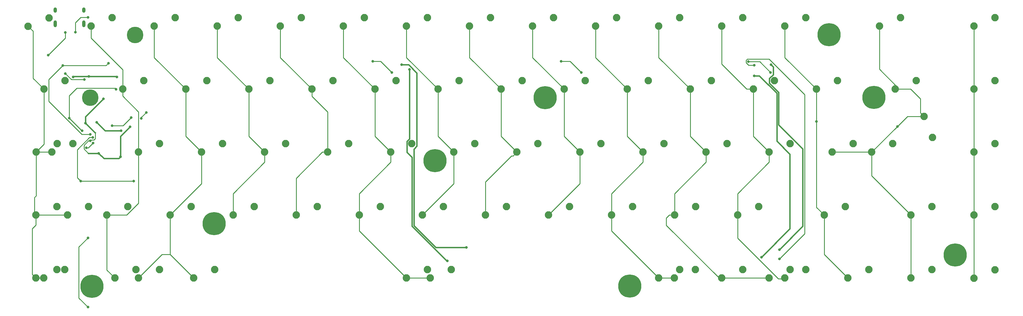
<source format=gbr>
G04 #@! TF.GenerationSoftware,KiCad,Pcbnew,(5.1.9-0-10_14)*
G04 #@! TF.CreationDate,2021-04-10T11:07:08+01:00*
G04 #@! TF.ProjectId,Draytronics-Elise-PCB V1,44726179-7472-46f6-9e69-63732d456c69,rev?*
G04 #@! TF.SameCoordinates,Original*
G04 #@! TF.FileFunction,Copper,L1,Top*
G04 #@! TF.FilePolarity,Positive*
%FSLAX46Y46*%
G04 Gerber Fmt 4.6, Leading zero omitted, Abs format (unit mm)*
G04 Created by KiCad (PCBNEW (5.1.9-0-10_14)) date 2021-04-10 11:07:08*
%MOMM*%
%LPD*%
G01*
G04 APERTURE LIST*
G04 #@! TA.AperFunction,ComponentPad*
%ADD10C,2.250000*%
G04 #@! TD*
G04 #@! TA.AperFunction,ComponentPad*
%ADD11C,7.000240*%
G04 #@! TD*
G04 #@! TA.AperFunction,ComponentPad*
%ADD12C,1.000000*%
G04 #@! TD*
G04 #@! TA.AperFunction,ComponentPad*
%ADD13C,5.000000*%
G04 #@! TD*
G04 #@! TA.AperFunction,ComponentPad*
%ADD14O,1.000000X2.100000*%
G04 #@! TD*
G04 #@! TA.AperFunction,ComponentPad*
%ADD15O,1.000000X1.600000*%
G04 #@! TD*
G04 #@! TA.AperFunction,ViaPad*
%ADD16C,0.800000*%
G04 #@! TD*
G04 #@! TA.AperFunction,Conductor*
%ADD17C,0.381000*%
G04 #@! TD*
G04 #@! TA.AperFunction,Conductor*
%ADD18C,0.250000*%
G04 #@! TD*
G04 APERTURE END LIST*
D10*
G04 #@! TO.P,MX73,2*
G04 #@! TO.N,Net-(D69-Pad2)*
X322127880Y-105973880D03*
G04 #@! TO.P,MX73,1*
G04 #@! TO.N,COL14*
X315777880Y-108513880D03*
G04 #@! TD*
G04 #@! TO.P,MX1,1*
G04 #@! TO.N,COL0*
X30043120Y-32324040D03*
G04 #@! TO.P,MX1,2*
G04 #@! TO.N,Net-(D1-Pad2)*
X36393120Y-29784040D03*
G04 #@! TD*
G04 #@! TO.P,MX64,2*
G04 #@! TO.N,Net-(D60-Pad2)*
X38785800Y-105968800D03*
G04 #@! TO.P,MX64,1*
G04 #@! TO.N,COL0*
X32435800Y-108508800D03*
G04 #@! TD*
G04 #@! TO.P,MX74,2*
G04 #@! TO.N,Net-(D60-Pad2)*
X41148000Y-105968800D03*
G04 #@! TO.P,MX74,1*
G04 #@! TO.N,COL0*
X34798000Y-108508800D03*
G04 #@! TD*
D11*
G04 #@! TO.P,REF\u002A\u002A,1*
G04 #@! TO.N,N/C*
X86243160Y-92059760D03*
D12*
X86243160Y-89759760D03*
X87443160Y-89759760D03*
X85043160Y-89759760D03*
X86243160Y-94359760D03*
X85043160Y-94359760D03*
X87443160Y-94359760D03*
G04 #@! TD*
G04 #@! TO.P,REF\u002A\u002A,1*
G04 #@! TO.N,N/C*
X212975040Y-113247200D03*
X210575040Y-113247200D03*
X211775040Y-113247200D03*
X210575040Y-108647200D03*
X212975040Y-108647200D03*
X211775040Y-108647200D03*
D11*
X211775040Y-110947200D03*
G04 #@! TD*
G04 #@! TO.P,REF\u002A\u002A,1*
G04 #@! TO.N,N/C*
X310063080Y-101523520D03*
D12*
X310063080Y-99223520D03*
X311263080Y-99223520D03*
X308863080Y-99223520D03*
X310063080Y-103823520D03*
X308863080Y-103823520D03*
X311263080Y-103823520D03*
G04 #@! TD*
G04 #@! TO.P,REF\u002A\u002A,1*
G04 #@! TO.N,N/C*
X286716320Y-56178480D03*
X284316320Y-56178480D03*
X285516320Y-56178480D03*
X284316320Y-51578480D03*
X286716320Y-51578480D03*
X285516320Y-51578480D03*
D11*
X285516320Y-53878480D03*
G04 #@! TD*
G04 #@! TO.P,REF\u002A\u002A,1*
G04 #@! TO.N,N/C*
X272039080Y-34904680D03*
D12*
X272039080Y-32604680D03*
X273239080Y-32604680D03*
X270839080Y-32604680D03*
X272039080Y-37204680D03*
X270839080Y-37204680D03*
X273239080Y-37204680D03*
G04 #@! TD*
G04 #@! TO.P,REF\u002A\u002A,1*
G04 #@! TO.N,N/C*
X187473440Y-56214040D03*
X185073440Y-56214040D03*
X186273440Y-56214040D03*
X185073440Y-51614040D03*
X187473440Y-51614040D03*
X186273440Y-51614040D03*
D11*
X186273440Y-53914040D03*
G04 #@! TD*
G04 #@! TO.P,REF\u002A\u002A,1*
G04 #@! TO.N,N/C*
X152948640Y-72964040D03*
D12*
X152948640Y-70664040D03*
X154148640Y-70664040D03*
X151748640Y-70664040D03*
X152948640Y-75264040D03*
X151748640Y-75264040D03*
X154148640Y-75264040D03*
G04 #@! TD*
G04 #@! TO.P,REF\u002A\u002A,1*
G04 #@! TO.N,N/C*
X50516640Y-113338640D03*
X48116640Y-113338640D03*
X49316640Y-113338640D03*
X48116640Y-108738640D03*
X50516640Y-108738640D03*
X49316640Y-108738640D03*
D11*
X49316640Y-111038640D03*
G04 #@! TD*
D13*
G04 #@! TO.P,REF\u002A\u002A,1*
G04 #@! TO.N,N/C*
X48818800Y-53924200D03*
G04 #@! TD*
G04 #@! TO.P,REF\u002A\u002A,1*
G04 #@! TO.N,N/C*
X62331600Y-34950400D03*
G04 #@! TD*
D14*
G04 #@! TO.P,USB1,13*
G04 #@! TO.N,GND*
X38224800Y-31630600D03*
X46864800Y-31630600D03*
D15*
X38224800Y-27450600D03*
X46864800Y-27450600D03*
G04 #@! TD*
D10*
G04 #@! TO.P,MX78,2*
G04 #@! TO.N,Net-(D65-Pad2)*
X260223000Y-105968800D03*
G04 #@! TO.P,MX78,1*
G04 #@! TO.N,COL10*
X253873000Y-108508800D03*
G04 #@! TD*
G04 #@! TO.P,MX77,2*
G04 #@! TO.N,Net-(D64-Pad2)*
X231648000Y-105968800D03*
G04 #@! TO.P,MX77,1*
G04 #@! TO.N,COL9*
X225298000Y-108508800D03*
G04 #@! TD*
G04 #@! TO.P,MX76,2*
G04 #@! TO.N,Net-(D63-Pad2)*
X150672800Y-105968800D03*
G04 #@! TO.P,MX76,1*
G04 #@! TO.N,COL5*
X144322800Y-108508800D03*
G04 #@! TD*
G04 #@! TO.P,MX75,2*
G04 #@! TO.N,Net-(D62-Pad2)*
X69723000Y-105968800D03*
G04 #@! TO.P,MX75,1*
G04 #@! TO.N,COL2*
X63373000Y-108508800D03*
G04 #@! TD*
G04 #@! TO.P,MX67,2*
G04 #@! TO.N,Net-(D63-Pad2)*
X157835600Y-105968800D03*
G04 #@! TO.P,MX67,1*
G04 #@! TO.N,COL5*
X151485600Y-108508800D03*
G04 #@! TD*
G04 #@! TO.P,MX66,2*
G04 #@! TO.N,Net-(D62-Pad2)*
X86410800Y-105968800D03*
G04 #@! TO.P,MX66,1*
G04 #@! TO.N,COL2*
X80060800Y-108508800D03*
G04 #@! TD*
G04 #@! TO.P,MX65,2*
G04 #@! TO.N,Net-(D61-Pad2)*
X62585600Y-105968800D03*
G04 #@! TO.P,MX65,1*
G04 #@! TO.N,COL1*
X56235600Y-108508800D03*
G04 #@! TD*
G04 #@! TO.P,MX61,2*
G04 #@! TO.N,Net-(D57-Pad2)*
X276910800Y-86918800D03*
G04 #@! TO.P,MX61,1*
G04 #@! TO.N,COL12*
X270560800Y-89458800D03*
G04 #@! TD*
G04 #@! TO.P,MX49,2*
G04 #@! TO.N,Net-(D45-Pad2)*
X48285400Y-86918800D03*
G04 #@! TO.P,MX49,1*
G04 #@! TO.N,COL0*
X41935400Y-89458800D03*
G04 #@! TD*
G04 #@! TO.P,MX48,2*
G04 #@! TO.N,Net-(D45-Pad2)*
X38760400Y-86918800D03*
G04 #@! TO.P,MX48,1*
G04 #@! TO.N,COL0*
X32410400Y-89458800D03*
G04 #@! TD*
G04 #@! TO.P,MX45,2*
G04 #@! TO.N,Net-(D43-Pad2)*
X291236400Y-67868800D03*
G04 #@! TO.P,MX45,1*
G04 #@! TO.N,COL13*
X284886400Y-70408800D03*
G04 #@! TD*
G04 #@! TO.P,MX31,1*
G04 #@! TO.N,COL13*
X300736000Y-59613800D03*
G04 #@! TO.P,MX31,2*
G04 #@! TO.N,Net-(D29-Pad2)*
X303276000Y-65963800D03*
G04 #@! TD*
G04 #@! TO.P,MX14,2*
G04 #@! TO.N,Net-(D14-Pad2)*
X293573200Y-29768800D03*
G04 #@! TO.P,MX14,1*
G04 #@! TO.N,COL13*
X287223200Y-32308800D03*
G04 #@! TD*
G04 #@! TO.P,MX72,2*
G04 #@! TO.N,Net-(D68-Pad2)*
X303072800Y-105968800D03*
G04 #@! TO.P,MX72,1*
G04 #@! TO.N,COL13*
X296722800Y-108508800D03*
G04 #@! TD*
G04 #@! TO.P,MX71,2*
G04 #@! TO.N,Net-(D67-Pad2)*
X284022800Y-105968800D03*
G04 #@! TO.P,MX71,1*
G04 #@! TO.N,COL12*
X277672800Y-108508800D03*
G04 #@! TD*
G04 #@! TO.P,MX70,2*
G04 #@! TO.N,Net-(D66-Pad2)*
X264972800Y-105968800D03*
G04 #@! TO.P,MX70,1*
G04 #@! TO.N,COL11*
X258622800Y-108508800D03*
G04 #@! TD*
G04 #@! TO.P,MX69,2*
G04 #@! TO.N,Net-(D65-Pad2)*
X245922800Y-105968800D03*
G04 #@! TO.P,MX69,1*
G04 #@! TO.N,COL10*
X239572800Y-108508800D03*
G04 #@! TD*
G04 #@! TO.P,MX68,2*
G04 #@! TO.N,Net-(D64-Pad2)*
X226872800Y-105968800D03*
G04 #@! TO.P,MX68,1*
G04 #@! TO.N,COL9*
X220522800Y-108508800D03*
G04 #@! TD*
G04 #@! TO.P,MX63,2*
G04 #@! TO.N,Net-(D59-Pad2)*
X322148200Y-86918800D03*
G04 #@! TO.P,MX63,1*
G04 #@! TO.N,COL14*
X315798200Y-89458800D03*
G04 #@! TD*
G04 #@! TO.P,MX62,2*
G04 #@! TO.N,Net-(D58-Pad2)*
X303098200Y-86918800D03*
G04 #@! TO.P,MX62,1*
G04 #@! TO.N,COL13*
X296748200Y-89458800D03*
G04 #@! TD*
G04 #@! TO.P,MX60,2*
G04 #@! TO.N,Net-(D56-Pad2)*
X250723400Y-86918800D03*
G04 #@! TO.P,MX60,1*
G04 #@! TO.N,COL11*
X244373400Y-89458800D03*
G04 #@! TD*
G04 #@! TO.P,MX59,2*
G04 #@! TO.N,Net-(D55-Pad2)*
X231673400Y-86918800D03*
G04 #@! TO.P,MX59,1*
G04 #@! TO.N,COL10*
X225323400Y-89458800D03*
G04 #@! TD*
G04 #@! TO.P,MX58,2*
G04 #@! TO.N,Net-(D54-Pad2)*
X212623400Y-86918800D03*
G04 #@! TO.P,MX58,1*
G04 #@! TO.N,COL9*
X206273400Y-89458800D03*
G04 #@! TD*
G04 #@! TO.P,MX57,2*
G04 #@! TO.N,Net-(D53-Pad2)*
X193573400Y-86918800D03*
G04 #@! TO.P,MX57,1*
G04 #@! TO.N,COL8*
X187223400Y-89458800D03*
G04 #@! TD*
G04 #@! TO.P,MX56,2*
G04 #@! TO.N,Net-(D52-Pad2)*
X174523400Y-86918800D03*
G04 #@! TO.P,MX56,1*
G04 #@! TO.N,COL7*
X168173400Y-89458800D03*
G04 #@! TD*
G04 #@! TO.P,MX55,2*
G04 #@! TO.N,Net-(D51-Pad2)*
X155473400Y-86918800D03*
G04 #@! TO.P,MX55,1*
G04 #@! TO.N,COL6*
X149123400Y-89458800D03*
G04 #@! TD*
G04 #@! TO.P,MX54,2*
G04 #@! TO.N,Net-(D50-Pad2)*
X136423400Y-86918800D03*
G04 #@! TO.P,MX54,1*
G04 #@! TO.N,COL5*
X130073400Y-89458800D03*
G04 #@! TD*
G04 #@! TO.P,MX53,2*
G04 #@! TO.N,Net-(D49-Pad2)*
X117373400Y-86918800D03*
G04 #@! TO.P,MX53,1*
G04 #@! TO.N,COL4*
X111023400Y-89458800D03*
G04 #@! TD*
G04 #@! TO.P,MX52,2*
G04 #@! TO.N,Net-(D48-Pad2)*
X98323400Y-86918800D03*
G04 #@! TO.P,MX52,1*
G04 #@! TO.N,COL3*
X91973400Y-89458800D03*
G04 #@! TD*
G04 #@! TO.P,MX51,2*
G04 #@! TO.N,Net-(D47-Pad2)*
X79273400Y-86918800D03*
G04 #@! TO.P,MX51,1*
G04 #@! TO.N,COL2*
X72923400Y-89458800D03*
G04 #@! TD*
G04 #@! TO.P,MX50,2*
G04 #@! TO.N,Net-(D46-Pad2)*
X60198000Y-86918800D03*
G04 #@! TO.P,MX50,1*
G04 #@! TO.N,COL1*
X53848000Y-89458800D03*
G04 #@! TD*
G04 #@! TO.P,MX47,2*
G04 #@! TO.N,Net-(D44-Pad2)*
X322148200Y-67868800D03*
G04 #@! TO.P,MX47,1*
G04 #@! TO.N,COL14*
X315798200Y-70408800D03*
G04 #@! TD*
G04 #@! TO.P,MX46,2*
G04 #@! TO.N,Net-(D43-Pad2)*
X279323800Y-67868800D03*
G04 #@! TO.P,MX46,1*
G04 #@! TO.N,COL13*
X272973800Y-70408800D03*
G04 #@! TD*
G04 #@! TO.P,MX44,2*
G04 #@! TO.N,Net-(D42-Pad2)*
X260273800Y-67868800D03*
G04 #@! TO.P,MX44,1*
G04 #@! TO.N,COL11*
X253923800Y-70408800D03*
G04 #@! TD*
G04 #@! TO.P,MX43,2*
G04 #@! TO.N,Net-(D41-Pad2)*
X241223800Y-67868800D03*
G04 #@! TO.P,MX43,1*
G04 #@! TO.N,COL10*
X234873800Y-70408800D03*
G04 #@! TD*
G04 #@! TO.P,MX42,2*
G04 #@! TO.N,Net-(D40-Pad2)*
X222173800Y-67868800D03*
G04 #@! TO.P,MX42,1*
G04 #@! TO.N,COL9*
X215823800Y-70408800D03*
G04 #@! TD*
G04 #@! TO.P,MX41,2*
G04 #@! TO.N,Net-(D39-Pad2)*
X203123800Y-67868800D03*
G04 #@! TO.P,MX41,1*
G04 #@! TO.N,COL8*
X196773800Y-70408800D03*
G04 #@! TD*
G04 #@! TO.P,MX40,2*
G04 #@! TO.N,Net-(D38-Pad2)*
X184073800Y-67868800D03*
G04 #@! TO.P,MX40,1*
G04 #@! TO.N,COL7*
X177723800Y-70408800D03*
G04 #@! TD*
G04 #@! TO.P,MX39,2*
G04 #@! TO.N,Net-(D37-Pad2)*
X165023800Y-67868800D03*
G04 #@! TO.P,MX39,1*
G04 #@! TO.N,COL6*
X158673800Y-70408800D03*
G04 #@! TD*
G04 #@! TO.P,MX38,2*
G04 #@! TO.N,Net-(D36-Pad2)*
X145973800Y-67868800D03*
G04 #@! TO.P,MX38,1*
G04 #@! TO.N,COL5*
X139623800Y-70408800D03*
G04 #@! TD*
G04 #@! TO.P,MX37,2*
G04 #@! TO.N,Net-(D35-Pad2)*
X126898400Y-67868800D03*
G04 #@! TO.P,MX37,1*
G04 #@! TO.N,COL4*
X120548400Y-70408800D03*
G04 #@! TD*
G04 #@! TO.P,MX36,2*
G04 #@! TO.N,Net-(D34-Pad2)*
X107848400Y-67868800D03*
G04 #@! TO.P,MX36,1*
G04 #@! TO.N,COL3*
X101498400Y-70408800D03*
G04 #@! TD*
G04 #@! TO.P,MX35,2*
G04 #@! TO.N,Net-(D33-Pad2)*
X88798400Y-67868800D03*
G04 #@! TO.P,MX35,1*
G04 #@! TO.N,COL2*
X82448400Y-70408800D03*
G04 #@! TD*
G04 #@! TO.P,MX34,2*
G04 #@! TO.N,Net-(D32-Pad2)*
X69748400Y-67868800D03*
G04 #@! TO.P,MX34,1*
G04 #@! TO.N,COL1*
X63398400Y-70408800D03*
G04 #@! TD*
G04 #@! TO.P,MX33,2*
G04 #@! TO.N,Net-(D31-Pad2)*
X43561000Y-67868800D03*
G04 #@! TO.P,MX33,1*
G04 #@! TO.N,COL0*
X37211000Y-70408800D03*
G04 #@! TD*
G04 #@! TO.P,MX32,2*
G04 #@! TO.N,Net-(D31-Pad2)*
X38811200Y-67843400D03*
G04 #@! TO.P,MX32,1*
G04 #@! TO.N,COL0*
X32461200Y-70383400D03*
G04 #@! TD*
G04 #@! TO.P,MX30,2*
G04 #@! TO.N,Net-(D30-Pad2)*
X322148200Y-48818800D03*
G04 #@! TO.P,MX30,1*
G04 #@! TO.N,COL14*
X315798200Y-51358800D03*
G04 #@! TD*
G04 #@! TO.P,MX29,2*
G04 #@! TO.N,Net-(D29-Pad2)*
X298323000Y-48818800D03*
G04 #@! TO.P,MX29,1*
G04 #@! TO.N,COL13*
X291973000Y-51358800D03*
G04 #@! TD*
G04 #@! TO.P,MX28,2*
G04 #@! TO.N,Net-(D28-Pad2)*
X274548600Y-48818800D03*
G04 #@! TO.P,MX28,1*
G04 #@! TO.N,COL12*
X268198600Y-51358800D03*
G04 #@! TD*
G04 #@! TO.P,MX27,2*
G04 #@! TO.N,Net-(D27-Pad2)*
X255524000Y-48818800D03*
G04 #@! TO.P,MX27,1*
G04 #@! TO.N,COL11*
X249174000Y-51358800D03*
G04 #@! TD*
G04 #@! TO.P,MX26,2*
G04 #@! TO.N,Net-(D26-Pad2)*
X236448600Y-48818800D03*
G04 #@! TO.P,MX26,1*
G04 #@! TO.N,COL10*
X230098600Y-51358800D03*
G04 #@! TD*
G04 #@! TO.P,MX25,2*
G04 #@! TO.N,Net-(D25-Pad2)*
X217373200Y-48818800D03*
G04 #@! TO.P,MX25,1*
G04 #@! TO.N,COL9*
X211023200Y-51358800D03*
G04 #@! TD*
G04 #@! TO.P,MX24,2*
G04 #@! TO.N,Net-(D24-Pad2)*
X198323200Y-48818800D03*
G04 #@! TO.P,MX24,1*
G04 #@! TO.N,COL8*
X191973200Y-51358800D03*
G04 #@! TD*
G04 #@! TO.P,MX23,2*
G04 #@! TO.N,Net-(D23-Pad2)*
X179273200Y-48818800D03*
G04 #@! TO.P,MX23,1*
G04 #@! TO.N,COL7*
X172923200Y-51358800D03*
G04 #@! TD*
G04 #@! TO.P,MX22,2*
G04 #@! TO.N,Net-(D22-Pad2)*
X160223200Y-48818800D03*
G04 #@! TO.P,MX22,1*
G04 #@! TO.N,COL6*
X153873200Y-51358800D03*
G04 #@! TD*
G04 #@! TO.P,MX21,2*
G04 #@! TO.N,Net-(D21-Pad2)*
X141173200Y-48818800D03*
G04 #@! TO.P,MX21,1*
G04 #@! TO.N,COL5*
X134823200Y-51358800D03*
G04 #@! TD*
G04 #@! TO.P,MX20,2*
G04 #@! TO.N,Net-(D20-Pad2)*
X122123200Y-48818800D03*
G04 #@! TO.P,MX20,1*
G04 #@! TO.N,COL4*
X115773200Y-51358800D03*
G04 #@! TD*
G04 #@! TO.P,MX19,2*
G04 #@! TO.N,Net-(D19-Pad2)*
X103073200Y-48818800D03*
G04 #@! TO.P,MX19,1*
G04 #@! TO.N,COL3*
X96723200Y-51358800D03*
G04 #@! TD*
G04 #@! TO.P,MX18,2*
G04 #@! TO.N,Net-(D18-Pad2)*
X84023200Y-48818800D03*
G04 #@! TO.P,MX18,1*
G04 #@! TO.N,COL2*
X77673200Y-51358800D03*
G04 #@! TD*
G04 #@! TO.P,MX17,2*
G04 #@! TO.N,Net-(D17-Pad2)*
X64998600Y-48818800D03*
G04 #@! TO.P,MX17,1*
G04 #@! TO.N,COL1*
X58648600Y-51358800D03*
G04 #@! TD*
G04 #@! TO.P,MX16,2*
G04 #@! TO.N,Net-(D16-Pad2)*
X41173400Y-48818800D03*
G04 #@! TO.P,MX16,1*
G04 #@! TO.N,COL0*
X34823400Y-51358800D03*
G04 #@! TD*
G04 #@! TO.P,MX15,2*
G04 #@! TO.N,Net-(D15-Pad2)*
X322148200Y-29768800D03*
G04 #@! TO.P,MX15,1*
G04 #@! TO.N,COL14*
X315798200Y-32308800D03*
G04 #@! TD*
G04 #@! TO.P,MX13,2*
G04 #@! TO.N,Net-(D13-Pad2)*
X264998200Y-29768800D03*
G04 #@! TO.P,MX13,1*
G04 #@! TO.N,COL12*
X258648200Y-32308800D03*
G04 #@! TD*
G04 #@! TO.P,MX12,2*
G04 #@! TO.N,Net-(D12-Pad2)*
X245948200Y-29768800D03*
G04 #@! TO.P,MX12,1*
G04 #@! TO.N,COL11*
X239598200Y-32308800D03*
G04 #@! TD*
G04 #@! TO.P,MX11,2*
G04 #@! TO.N,Net-(D11-Pad2)*
X226898200Y-29768800D03*
G04 #@! TO.P,MX11,1*
G04 #@! TO.N,COL10*
X220548200Y-32308800D03*
G04 #@! TD*
G04 #@! TO.P,MX10,2*
G04 #@! TO.N,Net-(D10-Pad2)*
X207848200Y-29768800D03*
G04 #@! TO.P,MX10,1*
G04 #@! TO.N,COL9*
X201498200Y-32308800D03*
G04 #@! TD*
G04 #@! TO.P,MX9,2*
G04 #@! TO.N,Net-(D9-Pad2)*
X188798200Y-29768800D03*
G04 #@! TO.P,MX9,1*
G04 #@! TO.N,COL8*
X182448200Y-32308800D03*
G04 #@! TD*
G04 #@! TO.P,MX8,2*
G04 #@! TO.N,Net-(D8-Pad2)*
X169748200Y-29768800D03*
G04 #@! TO.P,MX8,1*
G04 #@! TO.N,COL7*
X163398200Y-32308800D03*
G04 #@! TD*
G04 #@! TO.P,MX7,2*
G04 #@! TO.N,Net-(D7-Pad2)*
X150698200Y-29768800D03*
G04 #@! TO.P,MX7,1*
G04 #@! TO.N,COL6*
X144348200Y-32308800D03*
G04 #@! TD*
G04 #@! TO.P,MX6,2*
G04 #@! TO.N,Net-(D6-Pad2)*
X131648200Y-29768800D03*
G04 #@! TO.P,MX6,1*
G04 #@! TO.N,COL5*
X125298200Y-32308800D03*
G04 #@! TD*
G04 #@! TO.P,MX5,2*
G04 #@! TO.N,Net-(D5-Pad2)*
X112598200Y-29768800D03*
G04 #@! TO.P,MX5,1*
G04 #@! TO.N,COL4*
X106248200Y-32308800D03*
G04 #@! TD*
G04 #@! TO.P,MX4,2*
G04 #@! TO.N,Net-(D4-Pad2)*
X93548200Y-29768800D03*
G04 #@! TO.P,MX4,1*
G04 #@! TO.N,COL3*
X87198200Y-32308800D03*
G04 #@! TD*
G04 #@! TO.P,MX3,2*
G04 #@! TO.N,Net-(D3-Pad2)*
X74498200Y-29768800D03*
G04 #@! TO.P,MX3,1*
G04 #@! TO.N,COL2*
X68148200Y-32308800D03*
G04 #@! TD*
G04 #@! TO.P,MX2,2*
G04 #@! TO.N,Net-(D2-Pad2)*
X55448200Y-29768800D03*
G04 #@! TO.P,MX2,1*
G04 #@! TO.N,COL1*
X49098200Y-32308800D03*
G04 #@! TD*
D16*
G04 #@! TO.N,GND*
X58115050Y-63931650D03*
X50810160Y-61391800D03*
X254492699Y-43974181D03*
X257007360Y-99893120D03*
X162459701Y-99256819D03*
X142888539Y-43974181D03*
G04 #@! TO.N,+5V*
X48800000Y-67000000D03*
X57989955Y-71842145D03*
X51361400Y-70774500D03*
X47365920Y-61645800D03*
X60833000Y-62776100D03*
X52832000Y-54267100D03*
X56880760Y-47675800D03*
X48356130Y-47539030D03*
X249429661Y-47303299D03*
X251566680Y-102179120D03*
X156652160Y-103347320D03*
X145228741Y-45393179D03*
X43621960Y-47655480D03*
G04 #@! TO.N,Net-(C7-Pad1)*
X49707800Y-67640200D03*
X47650400Y-69113400D03*
G04 #@! TO.N,ROW0*
X48800000Y-65000000D03*
X54289960Y-43520360D03*
X40549001Y-44236199D03*
G04 #@! TO.N,ROW1*
X46390560Y-63947040D03*
X42469800Y-60120800D03*
X56616600Y-51396900D03*
G04 #@! TO.N,ROW2*
X49600000Y-66000000D03*
X61938900Y-79196200D03*
X45911500Y-79196200D03*
G04 #@! TO.N,ROW4*
X48145700Y-96329500D03*
X48146700Y-117308900D03*
G04 #@! TO.N,Net-(D70-Pad2)*
X134127240Y-42926000D03*
X139903400Y-46283680D03*
G04 #@! TO.N,RGBLED*
X65719960Y-58399680D03*
X55406800Y-62403480D03*
X64251840Y-60223400D03*
X61208920Y-59918600D03*
G04 #@! TO.N,Net-(D71-Pad2)*
X191099440Y-42905680D03*
X197155000Y-46283680D03*
G04 #@! TO.N,Net-(D72-Pad2)*
X254330400Y-46283680D03*
X247629680Y-43007280D03*
G04 #@! TO.N,Net-(D73-Pad2)*
X249397520Y-44160440D03*
X257040380Y-102674420D03*
G04 #@! TO.N,COL12*
X268198600Y-61125100D03*
G04 #@! TO.N,COL13*
X292658800Y-62636400D03*
G04 #@! TO.N,RESET*
X47030640Y-48432720D03*
X41313600Y-46626280D03*
G04 #@! TO.N,Net-(R4-Pad2)*
X41292780Y-34180780D03*
X36126920Y-41040820D03*
G04 #@! TO.N,Net-(R5-Pad2)*
X48127920Y-29624020D03*
X44295060Y-34137600D03*
G04 #@! TD*
D17*
G04 #@! TO.N,GND*
X53350010Y-63931650D02*
X50810160Y-61391800D01*
X58115050Y-63931650D02*
X53350010Y-63931650D01*
X264079301Y-69431359D02*
X264079301Y-92821179D01*
X256798499Y-62150557D02*
X264079301Y-69431359D01*
X256798499Y-52336241D02*
X256798499Y-62150557D01*
X254008499Y-49546241D02*
X256798499Y-52336241D01*
X254008499Y-48091359D02*
X254008499Y-49546241D01*
X254492699Y-43974181D02*
X255120901Y-44602383D01*
X255120901Y-44602383D02*
X255120901Y-46978957D01*
X255120901Y-46978957D02*
X254008499Y-48091359D01*
X264079301Y-92821179D02*
X257007360Y-99893120D01*
X257007360Y-99893120D02*
X257007360Y-99893120D01*
X147489301Y-46483797D02*
X144979685Y-43974181D01*
X147489301Y-68596241D02*
X147489301Y-46483797D01*
X146587899Y-69497643D02*
X147489301Y-68596241D01*
X146587899Y-92606241D02*
X146587899Y-69497643D01*
X153238477Y-99256819D02*
X146587899Y-92606241D01*
X144979685Y-43974181D02*
X142888539Y-43974181D01*
X162459701Y-99256819D02*
X153238477Y-99256819D01*
G04 #@! TO.N,+5V*
X51361400Y-70774500D02*
X52946300Y-72359400D01*
X57472700Y-72359400D02*
X57989955Y-71842145D01*
X52946300Y-72359400D02*
X57472700Y-72359400D01*
D18*
X46925399Y-69461401D02*
X48238498Y-70774500D01*
D17*
X48238498Y-70774500D02*
X51361400Y-70774500D01*
D18*
X46925399Y-68308916D02*
X46925399Y-69461401D01*
X48234315Y-67000000D02*
X46925399Y-68308916D01*
X48800000Y-67000000D02*
X48234315Y-67000000D01*
X49074999Y-66725001D02*
X48800000Y-67000000D01*
X49948001Y-66725001D02*
X49074999Y-66725001D01*
X50325001Y-64536301D02*
X50325001Y-66348001D01*
X50325001Y-66348001D02*
X49948001Y-66725001D01*
D17*
X57989955Y-65619145D02*
X60833000Y-62776100D01*
X57989955Y-71842145D02*
X57989955Y-65619145D01*
X52832000Y-54267100D02*
X52832000Y-54267100D01*
X56743990Y-47539030D02*
X56880760Y-47675800D01*
X48356130Y-47539030D02*
X56743990Y-47539030D01*
X251566680Y-102179120D02*
X251566680Y-102179120D01*
X260182360Y-93563440D02*
X251566680Y-102179120D01*
X260182360Y-71048880D02*
X260182360Y-93563440D01*
X256217489Y-67084009D02*
X260182360Y-71048880D01*
X256217489Y-52576903D02*
X256217489Y-67084009D01*
X250943885Y-47303299D02*
X256217489Y-52576903D01*
X249429661Y-47303299D02*
X250943885Y-47303299D01*
X156507306Y-103347320D02*
X156652160Y-103347320D01*
X144458299Y-70444385D02*
X146006889Y-71992975D01*
X146006889Y-71992975D02*
X146006890Y-92846904D01*
X144458299Y-67141359D02*
X144458299Y-70444385D01*
X146006890Y-92846904D02*
X156507306Y-103347320D01*
X145228741Y-66370917D02*
X144458299Y-67141359D01*
X145228741Y-45393179D02*
X145228741Y-66370917D01*
X43738410Y-47539030D02*
X43621960Y-47655480D01*
X48356130Y-47539030D02*
X43738410Y-47539030D01*
X47365920Y-59733180D02*
X52832000Y-54267100D01*
X47365920Y-61645800D02*
X47365920Y-59733180D01*
X50256421Y-64536301D02*
X47365920Y-61645800D01*
X50325001Y-64536301D02*
X50256421Y-64536301D01*
D18*
G04 #@! TO.N,Net-(C7-Pad1)*
X48234600Y-69113400D02*
X47650400Y-69113400D01*
X49707800Y-67640200D02*
X48234600Y-69113400D01*
G04 #@! TO.N,ROW0*
X53574121Y-44236199D02*
X54289960Y-43520360D01*
X40549001Y-44236199D02*
X53574121Y-44236199D01*
X36314499Y-48470701D02*
X40549001Y-44236199D01*
X36314499Y-55038501D02*
X36314499Y-48470701D01*
X46275998Y-65000000D02*
X36314499Y-55038501D01*
X48800000Y-65000000D02*
X46275998Y-65000000D01*
G04 #@! TO.N,ROW1*
X46349000Y-64000000D02*
X42469800Y-60120800D01*
X42469800Y-53366398D02*
X42469800Y-60120800D01*
X44736999Y-51099199D02*
X42469800Y-53366398D01*
X56318899Y-51099199D02*
X44736999Y-51099199D01*
X56616600Y-51396900D02*
X56318899Y-51099199D01*
G04 #@! TO.N,ROW2*
X61938900Y-79196200D02*
X45911500Y-79196200D01*
X49600000Y-66000000D02*
X48597905Y-66000000D01*
X48597905Y-66000000D02*
X44900999Y-69696906D01*
X44900999Y-78185699D02*
X45911500Y-79196200D01*
X44900999Y-69696906D02*
X44900999Y-78185699D01*
G04 #@! TO.N,ROW4*
X45389800Y-114552000D02*
X48146700Y-117308900D01*
X45389800Y-99085400D02*
X45389800Y-114552000D01*
X48145700Y-96329500D02*
X45389800Y-99085400D01*
G04 #@! TO.N,Net-(D70-Pad2)*
X136545720Y-42926000D02*
X139903400Y-46283680D01*
X134127240Y-42926000D02*
X136545720Y-42926000D01*
G04 #@! TO.N,RGBLED*
X65719960Y-58399680D02*
X64251840Y-59867800D01*
X64251840Y-59867800D02*
X64251840Y-60223400D01*
X64251840Y-60223400D02*
X64251840Y-60223400D01*
X58724040Y-62403480D02*
X61208920Y-59918600D01*
X55406800Y-62403480D02*
X58724040Y-62403480D01*
G04 #@! TO.N,Net-(D71-Pad2)*
X193777000Y-42905680D02*
X197155000Y-46283680D01*
X191099440Y-42905680D02*
X193777000Y-42905680D01*
G04 #@! TO.N,Net-(D72-Pad2)*
X251054000Y-43007280D02*
X254330400Y-46283680D01*
X247629680Y-43007280D02*
X251054000Y-43007280D01*
G04 #@! TO.N,Net-(D73-Pad2)*
X264594811Y-53003291D02*
X264594811Y-95119989D01*
X253873799Y-42282279D02*
X264594811Y-53003291D01*
X247281679Y-42282279D02*
X253873799Y-42282279D01*
X246904679Y-42659279D02*
X247281679Y-42282279D01*
X249397520Y-44160440D02*
X247709838Y-44160440D01*
X246904679Y-43355281D02*
X246904679Y-42659279D01*
X247709838Y-44160440D02*
X246904679Y-43355281D01*
X264594811Y-95119989D02*
X257040380Y-102674420D01*
X257040380Y-102674420D02*
X257012440Y-102702360D01*
G04 #@! TO.N,COL0*
X32410400Y-89458800D02*
X41935400Y-89458800D01*
X34823400Y-51358800D02*
X34823400Y-68021200D01*
X34823400Y-68021200D02*
X32461200Y-70383400D01*
X32461200Y-70383400D02*
X37185600Y-70383400D01*
X37185600Y-70383400D02*
X37211000Y-70408800D01*
X32461200Y-70383400D02*
X32461200Y-83655228D01*
X31990149Y-84126279D02*
X31990149Y-89038549D01*
X32461200Y-83655228D02*
X31990149Y-84126279D01*
X31990149Y-89038549D02*
X32410400Y-89458800D01*
X32435800Y-108508800D02*
X31310801Y-107383801D01*
X31310801Y-107383801D02*
X31310801Y-93604401D01*
X31310801Y-93604401D02*
X32410400Y-92504802D01*
X32410400Y-92504802D02*
X32410400Y-89458800D01*
X34798000Y-108508800D02*
X32435800Y-108508800D01*
X31534219Y-33815139D02*
X30043120Y-32324040D01*
X31534219Y-48069619D02*
X31534219Y-33815139D01*
X34823400Y-51358800D02*
X31534219Y-48069619D01*
G04 #@! TO.N,COL1*
X53848000Y-89458800D02*
X53848000Y-106121200D01*
X53848000Y-106121200D02*
X56235600Y-108508800D01*
X63398400Y-70408800D02*
X63398400Y-85864402D01*
X63398400Y-85864402D02*
X59804002Y-89458800D01*
X59804002Y-89458800D02*
X53848000Y-89458800D01*
X58648600Y-45476160D02*
X58648600Y-51358800D01*
X49098200Y-35925760D02*
X58648600Y-45476160D01*
X49098200Y-32308800D02*
X49098200Y-35925760D01*
X63398400Y-58226960D02*
X63398400Y-70408800D01*
X58648600Y-53477160D02*
X63398400Y-58226960D01*
X58648600Y-51358800D02*
X58648600Y-53477160D01*
G04 #@! TO.N,COL2*
X63373000Y-108508800D02*
X70510400Y-101371400D01*
X70510400Y-101371400D02*
X72923400Y-101371400D01*
X72923400Y-89458800D02*
X72923400Y-101371400D01*
X72923400Y-101371400D02*
X80060800Y-108508800D01*
X82448400Y-70408800D02*
X82448400Y-79933800D01*
X82448400Y-79933800D02*
X72923400Y-89458800D01*
X77673200Y-51358800D02*
X77673200Y-65633600D01*
X77673200Y-65633600D02*
X82448400Y-70408800D01*
X68148200Y-32308800D02*
X68148200Y-41833800D01*
X68148200Y-41833800D02*
X77673200Y-51358800D01*
G04 #@! TO.N,COL3*
X101498400Y-70408800D02*
X101498400Y-73454802D01*
X101498400Y-73454802D02*
X91973400Y-82979802D01*
X91973400Y-82979802D02*
X91973400Y-89458800D01*
X96723200Y-51358800D02*
X96723200Y-65633600D01*
X96723200Y-65633600D02*
X101498400Y-70408800D01*
X87198200Y-32308800D02*
X87198200Y-41833800D01*
X87198200Y-41833800D02*
X96723200Y-51358800D01*
G04 #@! TO.N,COL4*
X120548400Y-70408800D02*
X118957410Y-70408800D01*
X118957410Y-70408800D02*
X111023400Y-78342810D01*
X111023400Y-78342810D02*
X111023400Y-89458800D01*
X115773200Y-51358800D02*
X115773200Y-53520774D01*
X115773200Y-53520774D02*
X120548400Y-58295974D01*
X120548400Y-58295974D02*
X120548400Y-70408800D01*
X106248200Y-32308800D02*
X106248200Y-41833800D01*
X106248200Y-41833800D02*
X115773200Y-51358800D01*
G04 #@! TO.N,COL5*
X144322800Y-108508800D02*
X151485600Y-108508800D01*
X130073400Y-89458800D02*
X130073400Y-94259400D01*
X130073400Y-94259400D02*
X144322800Y-108508800D01*
X139623800Y-70408800D02*
X139623800Y-73454802D01*
X130073400Y-83005202D02*
X130073400Y-89458800D01*
X139623800Y-73454802D02*
X130073400Y-83005202D01*
X134823200Y-51358800D02*
X134823200Y-65608200D01*
X134823200Y-65608200D02*
X139623800Y-70408800D01*
X125298200Y-32308800D02*
X125298200Y-41833800D01*
X125298200Y-41833800D02*
X134823200Y-51358800D01*
G04 #@! TO.N,COL6*
X158673800Y-70408800D02*
X158673800Y-79908400D01*
X158673800Y-79908400D02*
X149123400Y-89458800D01*
X153873200Y-51358800D02*
X153873200Y-65608200D01*
X153873200Y-65608200D02*
X158673800Y-70408800D01*
X144348200Y-32308800D02*
X144348200Y-41833800D01*
X144348200Y-41833800D02*
X153873200Y-51358800D01*
G04 #@! TO.N,COL7*
X177723800Y-70408800D02*
X176598801Y-71533799D01*
X176092799Y-71533799D02*
X168173400Y-79453198D01*
X176598801Y-71533799D02*
X176092799Y-71533799D01*
X168173400Y-79453198D02*
X168173400Y-89458800D01*
X172923200Y-51358800D02*
X172923200Y-65608200D01*
X172923200Y-65608200D02*
X177723800Y-70408800D01*
X163398200Y-32308800D02*
X163398200Y-41833800D01*
X163398200Y-41833800D02*
X172923200Y-51358800D01*
G04 #@! TO.N,COL8*
X182448200Y-32308800D02*
X182448200Y-41833800D01*
X182448200Y-41833800D02*
X191973200Y-51358800D01*
X191973200Y-51358800D02*
X191973200Y-65608200D01*
X191973200Y-65608200D02*
X196773800Y-70408800D01*
X196773800Y-70408800D02*
X196773800Y-79908400D01*
X196773800Y-79908400D02*
X187223400Y-89458800D01*
G04 #@! TO.N,COL9*
X220522800Y-108508800D02*
X225298000Y-108508800D01*
X206273400Y-89458800D02*
X206273400Y-94259400D01*
X206273400Y-94259400D02*
X220522800Y-108508800D01*
X215823800Y-70408800D02*
X215823800Y-73454802D01*
X206273400Y-83005202D02*
X206273400Y-89458800D01*
X215823800Y-73454802D02*
X206273400Y-83005202D01*
X211023200Y-51358800D02*
X211023200Y-65608200D01*
X211023200Y-65608200D02*
X215823800Y-70408800D01*
X201498200Y-32308800D02*
X201498200Y-41833800D01*
X201498200Y-41833800D02*
X211023200Y-51358800D01*
G04 #@! TO.N,COL10*
X239572800Y-108508800D02*
X253873000Y-108508800D01*
X225323400Y-89458800D02*
X223732410Y-89458800D01*
X222853399Y-92574801D02*
X238787398Y-108508800D01*
X223732410Y-89458800D02*
X222853399Y-90337811D01*
X222853399Y-90337811D02*
X222853399Y-92574801D01*
X238787398Y-108508800D02*
X239572800Y-108508800D01*
X234873800Y-70408800D02*
X234873800Y-73454802D01*
X234873800Y-73454802D02*
X225323400Y-83005202D01*
X225323400Y-83005202D02*
X225323400Y-89458800D01*
X230098600Y-51358800D02*
X230098600Y-65633600D01*
X230098600Y-65633600D02*
X234873800Y-70408800D01*
X220548200Y-32308800D02*
X220548200Y-41808400D01*
X220548200Y-41808400D02*
X230098600Y-51358800D01*
G04 #@! TO.N,COL11*
X244373400Y-89458800D02*
X244373400Y-96456500D01*
X244373400Y-96456500D02*
X256646799Y-108729899D01*
X256646799Y-108729899D02*
X258401701Y-108729899D01*
X258401701Y-108729899D02*
X258622800Y-108508800D01*
X253923800Y-70408800D02*
X253923800Y-73454802D01*
X253923800Y-73454802D02*
X244373400Y-83005202D01*
X244373400Y-83005202D02*
X244373400Y-89458800D01*
X249174000Y-51358800D02*
X249174000Y-65659000D01*
X249174000Y-65659000D02*
X253923800Y-70408800D01*
X239598200Y-32308800D02*
X239598200Y-43816998D01*
X239598200Y-43816998D02*
X247140002Y-51358800D01*
X247140002Y-51358800D02*
X249174000Y-51358800D01*
G04 #@! TO.N,COL12*
X270560800Y-89458800D02*
X270560800Y-101396800D01*
X270560800Y-101396800D02*
X277672800Y-108508800D01*
X268198600Y-51358800D02*
X268198600Y-61125100D01*
X268198600Y-87096600D02*
X270560800Y-89458800D01*
X258648200Y-32308800D02*
X258648200Y-41808400D01*
X258648200Y-41808400D02*
X268198600Y-51358800D01*
X268198600Y-61125100D02*
X268198600Y-87096600D01*
G04 #@! TO.N,COL13*
X300736000Y-59613800D02*
X295681400Y-59613800D01*
X295681400Y-59613800D02*
X292658800Y-62636400D01*
X284886400Y-70408800D02*
X284886400Y-77597000D01*
X284886400Y-77597000D02*
X296748200Y-89458800D01*
X272973800Y-70408800D02*
X284886400Y-70408800D01*
X300736000Y-59613800D02*
X299611001Y-58488801D01*
X299611001Y-58488801D02*
X299611001Y-54294827D01*
X296674974Y-51358800D02*
X292259901Y-51358800D01*
X299611001Y-54294827D02*
X296674974Y-51358800D01*
X287223200Y-32308800D02*
X287223200Y-45336026D01*
X287223200Y-45336026D02*
X292259901Y-50372727D01*
X292259901Y-50372727D02*
X292259901Y-51358800D01*
X296722800Y-108508800D02*
X296722800Y-89484200D01*
X296722800Y-89484200D02*
X296748200Y-89458800D01*
X292658800Y-62636400D02*
X284886400Y-70408800D01*
G04 #@! TO.N,COL14*
X315798200Y-32308800D02*
X315798200Y-108508800D01*
G04 #@! TO.N,RESET*
X43120040Y-48432720D02*
X47030640Y-48432720D01*
X41313600Y-46626280D02*
X43120040Y-48432720D01*
G04 #@! TO.N,Net-(R4-Pad2)*
X41292780Y-35874960D02*
X41292780Y-34180780D01*
X36126920Y-41040820D02*
X41292780Y-35874960D01*
G04 #@! TO.N,Net-(R5-Pad2)*
X44295060Y-31278338D02*
X44295060Y-34137600D01*
X45949378Y-29624020D02*
X44295060Y-31278338D01*
X48127920Y-29624020D02*
X45949378Y-29624020D01*
G04 #@! TD*
M02*

</source>
